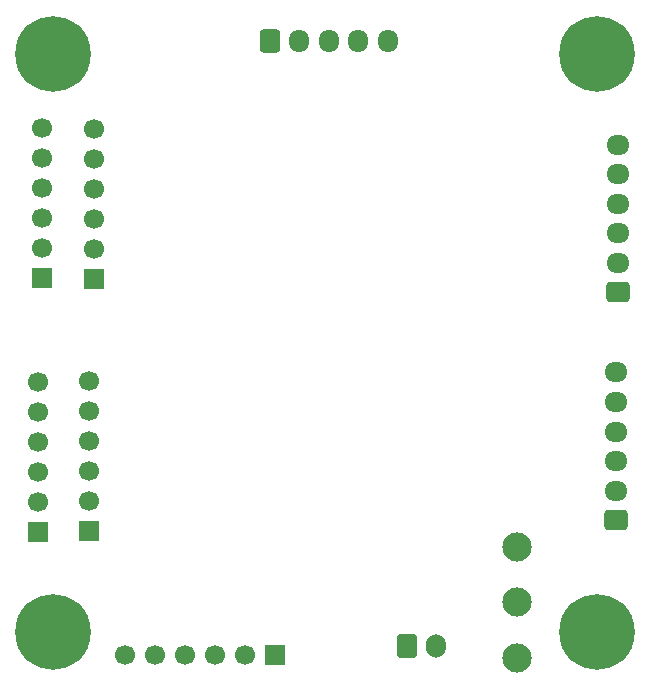
<source format=gbr>
%TF.GenerationSoftware,KiCad,Pcbnew,9.0.2*%
%TF.CreationDate,2025-10-13T17:17:30+02:00*%
%TF.ProjectId,Projet_Robot,50726f6a-6574-45f5-926f-626f742e6b69,rev?*%
%TF.SameCoordinates,Original*%
%TF.FileFunction,Soldermask,Bot*%
%TF.FilePolarity,Negative*%
%FSLAX46Y46*%
G04 Gerber Fmt 4.6, Leading zero omitted, Abs format (unit mm)*
G04 Created by KiCad (PCBNEW 9.0.2) date 2025-10-13 17:17:30*
%MOMM*%
%LPD*%
G01*
G04 APERTURE LIST*
G04 Aperture macros list*
%AMRoundRect*
0 Rectangle with rounded corners*
0 $1 Rounding radius*
0 $2 $3 $4 $5 $6 $7 $8 $9 X,Y pos of 4 corners*
0 Add a 4 corners polygon primitive as box body*
4,1,4,$2,$3,$4,$5,$6,$7,$8,$9,$2,$3,0*
0 Add four circle primitives for the rounded corners*
1,1,$1+$1,$2,$3*
1,1,$1+$1,$4,$5*
1,1,$1+$1,$6,$7*
1,1,$1+$1,$8,$9*
0 Add four rect primitives between the rounded corners*
20,1,$1+$1,$2,$3,$4,$5,0*
20,1,$1+$1,$4,$5,$6,$7,0*
20,1,$1+$1,$6,$7,$8,$9,0*
20,1,$1+$1,$8,$9,$2,$3,0*%
G04 Aperture macros list end*
%ADD10O,1.950000X1.700000*%
%ADD11RoundRect,0.250000X0.725000X-0.600000X0.725000X0.600000X-0.725000X0.600000X-0.725000X-0.600000X0*%
%ADD12R,1.700000X1.700000*%
%ADD13C,1.700000*%
%ADD14C,0.800000*%
%ADD15C,6.400000*%
%ADD16C,2.480000*%
%ADD17RoundRect,0.250000X-0.600000X-0.725000X0.600000X-0.725000X0.600000X0.725000X-0.600000X0.725000X0*%
%ADD18O,1.700000X1.950000*%
%ADD19RoundRect,0.250000X-0.600000X-0.750000X0.600000X-0.750000X0.600000X0.750000X-0.600000X0.750000X0*%
%ADD20O,1.700000X2.000000*%
G04 APERTURE END LIST*
D10*
%TO.C,Motor2*%
X184810000Y-78730000D03*
X184810000Y-81230000D03*
X184810000Y-83730000D03*
X184810000Y-86230000D03*
X184810000Y-88730000D03*
D11*
X184810000Y-91230000D03*
%TD*%
D12*
%TO.C,TOF3*%
X140410000Y-90100000D03*
D13*
X140410000Y-87560000D03*
X140410000Y-85020000D03*
X140410000Y-82480000D03*
X140410000Y-79940000D03*
X140410000Y-77400000D03*
%TD*%
D12*
%TO.C,TOF1*%
X136020000Y-90000000D03*
D13*
X136020000Y-87460000D03*
X136020000Y-84920000D03*
X136020000Y-82380000D03*
X136020000Y-79840000D03*
X136020000Y-77300000D03*
%TD*%
D14*
%TO.C,H1*%
X134600000Y-71000000D03*
X135302944Y-69302944D03*
X135302944Y-72697056D03*
X137000000Y-68600000D03*
D15*
X137000000Y-71000000D03*
D14*
X137000000Y-73400000D03*
X138697056Y-69302944D03*
X138697056Y-72697056D03*
X139400000Y-71000000D03*
%TD*%
D16*
%TO.C,S1*%
X176230000Y-122170000D03*
X176230000Y-117470000D03*
X176230000Y-112770000D03*
%TD*%
D12*
%TO.C,TOF4*%
X140010000Y-111400000D03*
D13*
X140010000Y-108860000D03*
X140010000Y-106320000D03*
X140010000Y-103780000D03*
X140010000Y-101240000D03*
X140010000Y-98700000D03*
%TD*%
D12*
%TO.C,TOF2*%
X135690000Y-111470000D03*
D13*
X135690000Y-108930000D03*
X135690000Y-106390000D03*
X135690000Y-103850000D03*
X135690000Y-101310000D03*
X135690000Y-98770000D03*
%TD*%
D14*
%TO.C,H3*%
X134600000Y-120000000D03*
X135302944Y-118302944D03*
X135302944Y-121697056D03*
X137000000Y-117600000D03*
D15*
X137000000Y-120000000D03*
D14*
X137000000Y-122400000D03*
X138697056Y-118302944D03*
X138697056Y-121697056D03*
X139400000Y-120000000D03*
%TD*%
%TO.C,H2*%
X180600000Y-71000000D03*
X181302944Y-69302944D03*
X181302944Y-72697056D03*
X183000000Y-68600000D03*
D15*
X183000000Y-71000000D03*
D14*
X183000000Y-73400000D03*
X184697056Y-69302944D03*
X184697056Y-72697056D03*
X185400000Y-71000000D03*
%TD*%
%TO.C,H4*%
X180600000Y-120000000D03*
X181302944Y-118302944D03*
X181302944Y-121697056D03*
X183000000Y-117600000D03*
D15*
X183000000Y-120000000D03*
D14*
X183000000Y-122400000D03*
X184697056Y-118302944D03*
X184697056Y-121697056D03*
X185400000Y-120000000D03*
%TD*%
D11*
%TO.C,Motor1*%
X184670000Y-110500000D03*
D10*
X184670000Y-108000000D03*
X184670000Y-105500000D03*
X184670000Y-103000000D03*
X184670000Y-100500000D03*
X184670000Y-98000000D03*
%TD*%
D17*
%TO.C,Lidar1*%
X155330000Y-69930000D03*
D18*
X157830000Y-69930000D03*
X160330000Y-69930000D03*
X162830000Y-69930000D03*
X165330000Y-69930000D03*
%TD*%
D19*
%TO.C,J1*%
X166930000Y-121200000D03*
D20*
X169430000Y-121200000D03*
%TD*%
D12*
%TO.C,Bluetooth1*%
X155760000Y-121900000D03*
D13*
X153220000Y-121900000D03*
X150680000Y-121900000D03*
X148140000Y-121900000D03*
X145600000Y-121900000D03*
X143060000Y-121900000D03*
%TD*%
M02*

</source>
